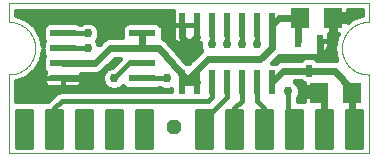
<source format=gtl>
G75*
%MOIN*%
%OFA0B0*%
%FSLAX25Y25*%
%IPPOS*%
%LPD*%
%AMOC8*
5,1,8,0,0,1.08239X$1,22.5*
%
%ADD10C,0.00000*%
%ADD11R,0.02400X0.08100*%
%ADD12R,0.08700X0.02400*%
%ADD13R,0.01969X0.03937*%
%ADD14R,0.06299X0.07087*%
%ADD15C,0.01563*%
%ADD16C,0.02400*%
%ADD17C,0.01600*%
%ADD18C,0.02978*%
%ADD19OC8,0.04750*%
D10*
X0033333Y0005000D02*
X0033333Y0031250D01*
X0033546Y0031253D01*
X0033759Y0031260D01*
X0033972Y0031273D01*
X0034184Y0031291D01*
X0034396Y0031315D01*
X0034607Y0031343D01*
X0034817Y0031377D01*
X0035027Y0031416D01*
X0035236Y0031459D01*
X0035443Y0031508D01*
X0035649Y0031562D01*
X0035854Y0031621D01*
X0036057Y0031685D01*
X0036259Y0031754D01*
X0036459Y0031827D01*
X0036657Y0031906D01*
X0036853Y0031989D01*
X0037047Y0032077D01*
X0037239Y0032170D01*
X0037428Y0032268D01*
X0037615Y0032370D01*
X0037800Y0032476D01*
X0037982Y0032587D01*
X0038161Y0032703D01*
X0038337Y0032822D01*
X0038511Y0032946D01*
X0038681Y0033074D01*
X0038848Y0033207D01*
X0039012Y0033343D01*
X0039172Y0033483D01*
X0039329Y0033627D01*
X0039482Y0033775D01*
X0039632Y0033927D01*
X0039778Y0034082D01*
X0039920Y0034241D01*
X0040059Y0034403D01*
X0040193Y0034568D01*
X0040323Y0034737D01*
X0040449Y0034909D01*
X0040571Y0035084D01*
X0040689Y0035261D01*
X0040802Y0035442D01*
X0040911Y0035625D01*
X0041015Y0035811D01*
X0041115Y0035999D01*
X0041210Y0036190D01*
X0041300Y0036383D01*
X0041386Y0036578D01*
X0041467Y0036775D01*
X0041543Y0036974D01*
X0041614Y0037175D01*
X0041681Y0037377D01*
X0041742Y0037581D01*
X0041798Y0037787D01*
X0041850Y0037994D01*
X0041896Y0038202D01*
X0041937Y0038411D01*
X0041974Y0038621D01*
X0042005Y0038831D01*
X0042031Y0039043D01*
X0042051Y0039255D01*
X0042067Y0039468D01*
X0042077Y0039680D01*
X0042082Y0039893D01*
X0042082Y0040107D01*
X0042077Y0040320D01*
X0042067Y0040532D01*
X0042051Y0040745D01*
X0042031Y0040957D01*
X0042005Y0041169D01*
X0041974Y0041379D01*
X0041937Y0041589D01*
X0041896Y0041798D01*
X0041850Y0042006D01*
X0041798Y0042213D01*
X0041742Y0042419D01*
X0041681Y0042623D01*
X0041614Y0042825D01*
X0041543Y0043026D01*
X0041467Y0043225D01*
X0041386Y0043422D01*
X0041300Y0043617D01*
X0041210Y0043810D01*
X0041115Y0044001D01*
X0041015Y0044189D01*
X0040911Y0044375D01*
X0040802Y0044558D01*
X0040689Y0044739D01*
X0040571Y0044916D01*
X0040449Y0045091D01*
X0040323Y0045263D01*
X0040193Y0045432D01*
X0040059Y0045597D01*
X0039920Y0045759D01*
X0039778Y0045918D01*
X0039632Y0046073D01*
X0039482Y0046225D01*
X0039329Y0046373D01*
X0039172Y0046517D01*
X0039012Y0046657D01*
X0038848Y0046793D01*
X0038681Y0046926D01*
X0038511Y0047054D01*
X0038337Y0047178D01*
X0038161Y0047297D01*
X0037982Y0047413D01*
X0037800Y0047524D01*
X0037615Y0047630D01*
X0037428Y0047732D01*
X0037239Y0047830D01*
X0037047Y0047923D01*
X0036853Y0048011D01*
X0036657Y0048094D01*
X0036459Y0048173D01*
X0036259Y0048246D01*
X0036057Y0048315D01*
X0035854Y0048379D01*
X0035649Y0048438D01*
X0035443Y0048492D01*
X0035236Y0048541D01*
X0035027Y0048584D01*
X0034817Y0048623D01*
X0034607Y0048657D01*
X0034396Y0048685D01*
X0034184Y0048709D01*
X0033972Y0048727D01*
X0033759Y0048740D01*
X0033546Y0048747D01*
X0033333Y0048750D01*
X0033333Y0054961D01*
X0153333Y0055000D01*
X0153333Y0048750D01*
X0153119Y0048754D01*
X0152905Y0048753D01*
X0152691Y0048746D01*
X0152477Y0048735D01*
X0152264Y0048718D01*
X0152051Y0048696D01*
X0151839Y0048668D01*
X0151627Y0048636D01*
X0151416Y0048598D01*
X0151207Y0048556D01*
X0150998Y0048508D01*
X0150790Y0048455D01*
X0150584Y0048397D01*
X0150380Y0048334D01*
X0150177Y0048266D01*
X0149975Y0048193D01*
X0149776Y0048115D01*
X0149578Y0048032D01*
X0149383Y0047944D01*
X0149190Y0047852D01*
X0148999Y0047755D01*
X0148811Y0047653D01*
X0148625Y0047547D01*
X0148441Y0047436D01*
X0148261Y0047321D01*
X0148083Y0047202D01*
X0147909Y0047078D01*
X0147737Y0046950D01*
X0147569Y0046818D01*
X0147404Y0046681D01*
X0147242Y0046541D01*
X0147084Y0046397D01*
X0146929Y0046249D01*
X0146778Y0046097D01*
X0146631Y0045941D01*
X0146488Y0045782D01*
X0146348Y0045620D01*
X0146213Y0045454D01*
X0146081Y0045285D01*
X0145954Y0045113D01*
X0145831Y0044937D01*
X0145713Y0044759D01*
X0145598Y0044578D01*
X0145489Y0044394D01*
X0145384Y0044208D01*
X0145283Y0044019D01*
X0145187Y0043827D01*
X0145096Y0043634D01*
X0145009Y0043438D01*
X0144928Y0043240D01*
X0144851Y0043040D01*
X0144779Y0042838D01*
X0144712Y0042635D01*
X0144650Y0042430D01*
X0144593Y0042224D01*
X0144541Y0042016D01*
X0144495Y0041807D01*
X0144453Y0041597D01*
X0144416Y0041386D01*
X0144385Y0041174D01*
X0144359Y0040962D01*
X0144338Y0040748D01*
X0144322Y0040535D01*
X0144312Y0040321D01*
X0144307Y0040107D01*
X0144307Y0039893D01*
X0144312Y0039679D01*
X0144322Y0039465D01*
X0144338Y0039252D01*
X0144359Y0039038D01*
X0144385Y0038826D01*
X0144416Y0038614D01*
X0144453Y0038403D01*
X0144495Y0038193D01*
X0144541Y0037984D01*
X0144593Y0037776D01*
X0144650Y0037570D01*
X0144712Y0037365D01*
X0144779Y0037162D01*
X0144851Y0036960D01*
X0144928Y0036760D01*
X0145009Y0036562D01*
X0145096Y0036366D01*
X0145187Y0036173D01*
X0145283Y0035981D01*
X0145384Y0035792D01*
X0145489Y0035606D01*
X0145598Y0035422D01*
X0145713Y0035241D01*
X0145831Y0035063D01*
X0145954Y0034887D01*
X0146081Y0034715D01*
X0146213Y0034546D01*
X0146348Y0034380D01*
X0146488Y0034218D01*
X0146631Y0034059D01*
X0146778Y0033903D01*
X0146929Y0033751D01*
X0147084Y0033603D01*
X0147242Y0033459D01*
X0147404Y0033319D01*
X0147569Y0033182D01*
X0147737Y0033050D01*
X0147909Y0032922D01*
X0148083Y0032798D01*
X0148261Y0032679D01*
X0148441Y0032564D01*
X0148625Y0032453D01*
X0148811Y0032347D01*
X0148999Y0032245D01*
X0149190Y0032148D01*
X0149383Y0032056D01*
X0149578Y0031968D01*
X0149776Y0031885D01*
X0149975Y0031807D01*
X0150177Y0031734D01*
X0150380Y0031666D01*
X0150584Y0031603D01*
X0150790Y0031545D01*
X0150998Y0031492D01*
X0151207Y0031444D01*
X0151416Y0031402D01*
X0151627Y0031364D01*
X0151839Y0031332D01*
X0152051Y0031304D01*
X0152264Y0031282D01*
X0152477Y0031265D01*
X0152691Y0031254D01*
X0152905Y0031247D01*
X0153119Y0031246D01*
X0153333Y0031250D01*
X0153333Y0005000D01*
X0033333Y0005000D01*
D11*
X0090833Y0028750D03*
X0095833Y0028750D03*
X0100833Y0028750D03*
X0105833Y0028750D03*
X0110833Y0028750D03*
X0115833Y0028750D03*
X0120833Y0028750D03*
X0120833Y0047650D03*
X0115833Y0047650D03*
X0110833Y0047650D03*
X0105833Y0047650D03*
X0100833Y0047650D03*
X0095833Y0047650D03*
X0090833Y0047650D03*
D12*
X0077783Y0045000D03*
X0077783Y0040000D03*
X0077783Y0035000D03*
X0077783Y0030000D03*
X0051283Y0030000D03*
X0051283Y0035000D03*
X0051283Y0040000D03*
X0051283Y0045000D03*
D13*
X0129593Y0042421D03*
X0137073Y0042421D03*
X0133333Y0032579D03*
D14*
X0136572Y0025000D03*
X0147595Y0025000D03*
X0141345Y0050000D03*
X0130322Y0050000D03*
D15*
X0130677Y0007031D02*
X0125989Y0007031D01*
X0125989Y0019219D01*
X0130677Y0019219D01*
X0130677Y0007031D01*
X0130677Y0008592D02*
X0125989Y0008592D01*
X0125989Y0010153D02*
X0130677Y0010153D01*
X0130677Y0011714D02*
X0125989Y0011714D01*
X0125989Y0013275D02*
X0130677Y0013275D01*
X0130677Y0014836D02*
X0125989Y0014836D01*
X0125989Y0016397D02*
X0130677Y0016397D01*
X0130677Y0017958D02*
X0125989Y0017958D01*
X0120677Y0007031D02*
X0115989Y0007031D01*
X0115989Y0019219D01*
X0120677Y0019219D01*
X0120677Y0007031D01*
X0120677Y0008592D02*
X0115989Y0008592D01*
X0115989Y0010153D02*
X0120677Y0010153D01*
X0120677Y0011714D02*
X0115989Y0011714D01*
X0115989Y0013275D02*
X0120677Y0013275D01*
X0120677Y0014836D02*
X0115989Y0014836D01*
X0115989Y0016397D02*
X0120677Y0016397D01*
X0120677Y0017958D02*
X0115989Y0017958D01*
X0110677Y0007031D02*
X0105989Y0007031D01*
X0105989Y0019219D01*
X0110677Y0019219D01*
X0110677Y0007031D01*
X0110677Y0008592D02*
X0105989Y0008592D01*
X0105989Y0010153D02*
X0110677Y0010153D01*
X0110677Y0011714D02*
X0105989Y0011714D01*
X0105989Y0013275D02*
X0110677Y0013275D01*
X0110677Y0014836D02*
X0105989Y0014836D01*
X0105989Y0016397D02*
X0110677Y0016397D01*
X0110677Y0017958D02*
X0105989Y0017958D01*
X0100677Y0007031D02*
X0095989Y0007031D01*
X0095989Y0019219D01*
X0100677Y0019219D01*
X0100677Y0007031D01*
X0100677Y0008592D02*
X0095989Y0008592D01*
X0095989Y0010153D02*
X0100677Y0010153D01*
X0100677Y0011714D02*
X0095989Y0011714D01*
X0095989Y0013275D02*
X0100677Y0013275D01*
X0100677Y0014836D02*
X0095989Y0014836D01*
X0095989Y0016397D02*
X0100677Y0016397D01*
X0100677Y0017958D02*
X0095989Y0017958D01*
X0080677Y0007031D02*
X0075989Y0007031D01*
X0075989Y0019219D01*
X0080677Y0019219D01*
X0080677Y0007031D01*
X0080677Y0008592D02*
X0075989Y0008592D01*
X0075989Y0010153D02*
X0080677Y0010153D01*
X0080677Y0011714D02*
X0075989Y0011714D01*
X0075989Y0013275D02*
X0080677Y0013275D01*
X0080677Y0014836D02*
X0075989Y0014836D01*
X0075989Y0016397D02*
X0080677Y0016397D01*
X0080677Y0017958D02*
X0075989Y0017958D01*
X0070677Y0007031D02*
X0065989Y0007031D01*
X0065989Y0019219D01*
X0070677Y0019219D01*
X0070677Y0007031D01*
X0070677Y0008592D02*
X0065989Y0008592D01*
X0065989Y0010153D02*
X0070677Y0010153D01*
X0070677Y0011714D02*
X0065989Y0011714D01*
X0065989Y0013275D02*
X0070677Y0013275D01*
X0070677Y0014836D02*
X0065989Y0014836D01*
X0065989Y0016397D02*
X0070677Y0016397D01*
X0070677Y0017958D02*
X0065989Y0017958D01*
X0060677Y0007031D02*
X0055989Y0007031D01*
X0055989Y0019219D01*
X0060677Y0019219D01*
X0060677Y0007031D01*
X0060677Y0008592D02*
X0055989Y0008592D01*
X0055989Y0010153D02*
X0060677Y0010153D01*
X0060677Y0011714D02*
X0055989Y0011714D01*
X0055989Y0013275D02*
X0060677Y0013275D01*
X0060677Y0014836D02*
X0055989Y0014836D01*
X0055989Y0016397D02*
X0060677Y0016397D01*
X0060677Y0017958D02*
X0055989Y0017958D01*
X0050677Y0007031D02*
X0045989Y0007031D01*
X0045989Y0019219D01*
X0050677Y0019219D01*
X0050677Y0007031D01*
X0050677Y0008592D02*
X0045989Y0008592D01*
X0045989Y0010153D02*
X0050677Y0010153D01*
X0050677Y0011714D02*
X0045989Y0011714D01*
X0045989Y0013275D02*
X0050677Y0013275D01*
X0050677Y0014836D02*
X0045989Y0014836D01*
X0045989Y0016397D02*
X0050677Y0016397D01*
X0050677Y0017958D02*
X0045989Y0017958D01*
X0040677Y0007031D02*
X0035989Y0007031D01*
X0035989Y0019219D01*
X0040677Y0019219D01*
X0040677Y0007031D01*
X0040677Y0008592D02*
X0035989Y0008592D01*
X0035989Y0010153D02*
X0040677Y0010153D01*
X0040677Y0011714D02*
X0035989Y0011714D01*
X0035989Y0013275D02*
X0040677Y0013275D01*
X0040677Y0014836D02*
X0035989Y0014836D01*
X0035989Y0016397D02*
X0040677Y0016397D01*
X0040677Y0017958D02*
X0035989Y0017958D01*
X0135989Y0007031D02*
X0140677Y0007031D01*
X0135989Y0007031D02*
X0135989Y0019219D01*
X0140677Y0019219D01*
X0140677Y0007031D01*
X0140677Y0008592D02*
X0135989Y0008592D01*
X0135989Y0010153D02*
X0140677Y0010153D01*
X0140677Y0011714D02*
X0135989Y0011714D01*
X0135989Y0013275D02*
X0140677Y0013275D01*
X0140677Y0014836D02*
X0135989Y0014836D01*
X0135989Y0016397D02*
X0140677Y0016397D01*
X0140677Y0017958D02*
X0135989Y0017958D01*
X0145989Y0007031D02*
X0150677Y0007031D01*
X0145989Y0007031D02*
X0145989Y0019219D01*
X0150677Y0019219D01*
X0150677Y0007031D01*
X0150677Y0008592D02*
X0145989Y0008592D01*
X0145989Y0010153D02*
X0150677Y0010153D01*
X0150677Y0011714D02*
X0145989Y0011714D01*
X0145989Y0013275D02*
X0150677Y0013275D01*
X0150677Y0014836D02*
X0145989Y0014836D01*
X0145989Y0016397D02*
X0150677Y0016397D01*
X0150677Y0017958D02*
X0145989Y0017958D01*
D16*
X0138333Y0013125D02*
X0138333Y0023238D01*
X0136572Y0025000D01*
X0132083Y0026988D01*
X0130833Y0027500D01*
X0130833Y0023750D01*
X0124662Y0032579D02*
X0120833Y0028750D01*
X0124662Y0032579D02*
X0133333Y0032579D01*
X0142005Y0032579D01*
X0147204Y0026351D01*
X0148323Y0025010D01*
X0148333Y0025000D01*
X0147595Y0025000D02*
X0147595Y0013125D01*
X0148333Y0013125D01*
X0120833Y0040000D02*
X0117083Y0036250D01*
X0099583Y0036250D01*
X0098333Y0035000D01*
X0092713Y0029448D01*
X0093333Y0028750D01*
X0095833Y0028750D01*
X0093333Y0028750D02*
X0090833Y0028750D01*
X0092713Y0029448D02*
X0083333Y0040000D01*
X0077783Y0040000D01*
X0077783Y0045000D01*
X0077783Y0040000D02*
X0067083Y0040000D01*
X0062083Y0035000D01*
X0051283Y0035000D01*
X0051283Y0030000D02*
X0059583Y0030000D01*
X0090833Y0043750D02*
X0093333Y0041250D01*
X0095833Y0043750D01*
X0090833Y0043750D02*
X0090833Y0047650D01*
X0120833Y0047650D02*
X0120833Y0040000D01*
X0129593Y0042421D02*
X0129593Y0049272D01*
X0130322Y0050000D01*
X0123183Y0050000D01*
X0120833Y0047650D01*
X0137073Y0042421D02*
X0137005Y0037421D01*
X0140833Y0037500D01*
X0142040Y0048750D02*
X0144483Y0051106D01*
X0147932Y0051106D01*
D17*
X0147599Y0049931D02*
X0146295Y0048875D01*
X0146295Y0049225D01*
X0142120Y0049225D01*
X0142120Y0044657D01*
X0142855Y0044657D01*
X0142437Y0043950D01*
X0141727Y0040000D01*
X0142414Y0036179D01*
X0142166Y0036179D01*
X0141614Y0036228D01*
X0141455Y0036179D01*
X0136080Y0036179D01*
X0135677Y0036582D01*
X0134795Y0036947D01*
X0131872Y0036947D01*
X0130990Y0036582D01*
X0130586Y0036179D01*
X0123946Y0036179D01*
X0122623Y0035631D01*
X0122192Y0035200D01*
X0121124Y0035200D01*
X0122873Y0036948D01*
X0123424Y0037500D01*
X0138333Y0037500D01*
X0138333Y0038663D01*
X0138753Y0038775D01*
X0139163Y0039012D01*
X0139498Y0039348D01*
X0139735Y0039758D01*
X0139858Y0040216D01*
X0139858Y0042421D01*
X0138333Y0042421D01*
X0138333Y0042421D01*
X0139858Y0042421D01*
X0139858Y0044627D01*
X0139850Y0044657D01*
X0140570Y0044657D01*
X0140570Y0049225D01*
X0142120Y0049225D01*
X0142120Y0050775D01*
X0146295Y0050775D01*
X0146295Y0052598D01*
X0150933Y0052599D01*
X0150933Y0051054D01*
X0147599Y0049931D01*
X0147599Y0049931D01*
X0147133Y0049554D02*
X0142120Y0049554D01*
X0142120Y0047955D02*
X0140570Y0047955D01*
X0140570Y0046357D02*
X0142120Y0046357D01*
X0142120Y0044758D02*
X0140570Y0044758D01*
X0142437Y0043950D02*
X0142437Y0043950D01*
X0142295Y0043160D02*
X0139858Y0043160D01*
X0139858Y0041561D02*
X0142007Y0041561D01*
X0141727Y0040000D02*
X0141727Y0040000D01*
X0141733Y0039963D02*
X0139790Y0039963D01*
X0138333Y0038364D02*
X0142021Y0038364D01*
X0142308Y0036766D02*
X0135233Y0036766D01*
X0131434Y0036766D02*
X0122690Y0036766D01*
X0122873Y0036948D02*
X0122873Y0036948D01*
X0115833Y0041250D02*
X0115833Y0047650D01*
X0110833Y0047650D02*
X0110833Y0041250D01*
X0105833Y0041250D02*
X0105833Y0047650D01*
X0100833Y0047650D02*
X0100833Y0041250D01*
X0097157Y0039963D02*
X0088183Y0039963D01*
X0088939Y0041923D02*
X0089396Y0041800D01*
X0090833Y0041800D01*
X0090833Y0047650D01*
X0090833Y0047650D01*
X0087833Y0047650D01*
X0087833Y0043363D01*
X0087956Y0042905D01*
X0088193Y0042495D01*
X0088528Y0042160D01*
X0088939Y0041923D01*
X0090833Y0041800D02*
X0092270Y0041800D01*
X0092728Y0041923D01*
X0093139Y0042160D01*
X0093333Y0042354D01*
X0093528Y0042160D01*
X0093939Y0041923D01*
X0094396Y0041800D01*
X0095833Y0041800D01*
X0095833Y0047650D01*
X0095833Y0047650D01*
X0092833Y0047650D01*
X0090833Y0047650D01*
X0087833Y0047650D01*
X0087833Y0051937D01*
X0087956Y0052395D01*
X0088062Y0052579D01*
X0035733Y0052561D01*
X0035733Y0050992D01*
X0038994Y0049805D01*
X0038994Y0049805D01*
X0042006Y0047278D01*
X0042006Y0047278D01*
X0043973Y0043872D01*
X0043973Y0043872D01*
X0044533Y0040692D01*
X0044533Y0041677D01*
X0044874Y0042500D01*
X0044533Y0043323D01*
X0044533Y0046677D01*
X0044899Y0047559D01*
X0045574Y0048235D01*
X0046456Y0048600D01*
X0056111Y0048600D01*
X0056993Y0048235D01*
X0057027Y0048200D01*
X0057283Y0048200D01*
X0057380Y0048297D01*
X0058810Y0048889D01*
X0060357Y0048889D01*
X0061786Y0048297D01*
X0062880Y0047203D01*
X0063472Y0045774D01*
X0063472Y0044226D01*
X0062880Y0042797D01*
X0062583Y0042500D01*
X0062880Y0042203D01*
X0063265Y0041273D01*
X0064031Y0042039D01*
X0065044Y0043052D01*
X0066367Y0043600D01*
X0071033Y0043600D01*
X0071033Y0046677D01*
X0071399Y0047559D01*
X0072074Y0048235D01*
X0072956Y0048600D01*
X0082611Y0048600D01*
X0083493Y0048235D01*
X0084168Y0047559D01*
X0084533Y0046677D01*
X0084533Y0043419D01*
X0084809Y0043285D01*
X0085373Y0043052D01*
X0085450Y0042975D01*
X0085548Y0042927D01*
X0085954Y0042471D01*
X0086385Y0042039D01*
X0086427Y0041938D01*
X0092417Y0035200D01*
X0092511Y0035200D01*
X0093146Y0034937D01*
X0095796Y0037553D01*
X0097464Y0039222D01*
X0096944Y0040476D01*
X0096944Y0041800D01*
X0095833Y0041800D01*
X0095833Y0047650D01*
X0090833Y0047650D01*
X0090833Y0047650D01*
X0090833Y0041800D01*
X0090833Y0043160D02*
X0090833Y0043160D01*
X0090833Y0044758D02*
X0090833Y0044758D01*
X0090833Y0046357D02*
X0090833Y0046357D01*
X0090833Y0047650D02*
X0090833Y0047650D01*
X0087833Y0047955D02*
X0083772Y0047955D01*
X0084533Y0046357D02*
X0087833Y0046357D01*
X0087833Y0044758D02*
X0084533Y0044758D01*
X0085112Y0043160D02*
X0087888Y0043160D01*
X0086762Y0041561D02*
X0096944Y0041561D01*
X0095833Y0043160D02*
X0095833Y0043160D01*
X0095833Y0044758D02*
X0095833Y0044758D01*
X0095833Y0046357D02*
X0095833Y0046357D01*
X0095833Y0047650D02*
X0095833Y0047650D01*
X0087833Y0049554D02*
X0039294Y0049554D01*
X0041199Y0047955D02*
X0045295Y0047955D01*
X0044533Y0046357D02*
X0042538Y0046357D01*
X0043461Y0044758D02*
X0044533Y0044758D01*
X0044601Y0043160D02*
X0044098Y0043160D01*
X0044380Y0041561D02*
X0044533Y0041561D01*
X0044533Y0039308D02*
X0044533Y0038323D01*
X0044874Y0037500D01*
X0044533Y0036677D01*
X0044533Y0033323D01*
X0044899Y0032441D01*
X0045325Y0032014D01*
X0045256Y0031895D01*
X0045133Y0031437D01*
X0045133Y0030000D01*
X0051283Y0030000D01*
X0051283Y0030000D01*
X0045133Y0030000D01*
X0045133Y0028563D01*
X0045256Y0028105D01*
X0045493Y0027695D01*
X0045828Y0027360D01*
X0046239Y0027123D01*
X0046696Y0027000D01*
X0051283Y0027000D01*
X0051283Y0030000D01*
X0051283Y0030000D01*
X0043333Y0030000D01*
X0042533Y0030000D01*
X0045133Y0030372D02*
X0039205Y0030372D01*
X0038994Y0030195D02*
X0042006Y0032722D01*
X0042006Y0032722D01*
X0042006Y0032722D01*
X0043973Y0036128D01*
X0044533Y0039308D01*
X0044533Y0038364D02*
X0044367Y0038364D01*
X0044570Y0036766D02*
X0044085Y0036766D01*
X0043973Y0036128D02*
X0043973Y0036128D01*
X0043418Y0035167D02*
X0044533Y0035167D01*
X0044533Y0033569D02*
X0042495Y0033569D01*
X0041110Y0031970D02*
X0045300Y0031970D01*
X0051283Y0030000D02*
X0051283Y0027000D01*
X0055870Y0027000D01*
X0056328Y0027123D01*
X0056739Y0027360D01*
X0057074Y0027695D01*
X0057311Y0028105D01*
X0057433Y0028563D01*
X0057433Y0030000D01*
X0057433Y0031400D01*
X0062799Y0031400D01*
X0064123Y0031948D01*
X0068574Y0036400D01*
X0070208Y0036400D01*
X0067697Y0033889D01*
X0067560Y0033889D01*
X0066130Y0033297D01*
X0065036Y0032203D01*
X0064444Y0030774D01*
X0064444Y0029226D01*
X0065036Y0027797D01*
X0066130Y0026703D01*
X0067560Y0026111D01*
X0069107Y0026111D01*
X0070536Y0026703D01*
X0071362Y0027529D01*
X0071399Y0027441D01*
X0072074Y0026765D01*
X0072956Y0026400D01*
X0082611Y0026400D01*
X0083493Y0026765D01*
X0083527Y0026800D01*
X0083533Y0026800D01*
X0083630Y0026703D01*
X0085060Y0026111D01*
X0086607Y0026111D01*
X0087233Y0026371D01*
X0087233Y0025700D01*
X0050197Y0025700D01*
X0049021Y0025213D01*
X0046521Y0022713D01*
X0046308Y0022500D01*
X0035733Y0022500D01*
X0035733Y0029008D01*
X0038994Y0030195D01*
X0038994Y0030195D01*
X0035733Y0028773D02*
X0045133Y0028773D01*
X0046148Y0027175D02*
X0035733Y0027175D01*
X0035733Y0025576D02*
X0049898Y0025576D01*
X0051283Y0027175D02*
X0051283Y0027175D01*
X0051283Y0028773D02*
X0051283Y0028773D01*
X0051283Y0030000D02*
X0051283Y0030000D01*
X0057433Y0030000D01*
X0051283Y0030000D01*
X0056418Y0027175D02*
X0065659Y0027175D01*
X0064632Y0028773D02*
X0057433Y0028773D01*
X0057433Y0030372D02*
X0064444Y0030372D01*
X0064145Y0031970D02*
X0064940Y0031970D01*
X0065743Y0033569D02*
X0066787Y0033569D01*
X0067342Y0035167D02*
X0068975Y0035167D01*
X0073333Y0035000D02*
X0077783Y0035000D01*
X0073333Y0035000D02*
X0068333Y0030000D01*
X0071008Y0027175D02*
X0071665Y0027175D01*
X0077783Y0030000D02*
X0085833Y0030000D01*
X0092590Y0035167D02*
X0093380Y0035167D01*
X0094998Y0036766D02*
X0091025Y0036766D01*
X0089604Y0038364D02*
X0096606Y0038364D01*
X0100833Y0028750D02*
X0100833Y0023750D01*
X0099583Y0022500D01*
X0050833Y0022500D01*
X0048333Y0020000D01*
X0048333Y0013125D01*
X0047786Y0023978D02*
X0035733Y0023978D01*
X0051283Y0040000D02*
X0059583Y0040000D01*
X0063146Y0041561D02*
X0063553Y0041561D01*
X0063030Y0043160D02*
X0065305Y0043160D01*
X0063472Y0044758D02*
X0071033Y0044758D01*
X0071033Y0046357D02*
X0063231Y0046357D01*
X0062128Y0047955D02*
X0071795Y0047955D01*
X0059583Y0045000D02*
X0051283Y0045000D01*
X0035733Y0051152D02*
X0087833Y0051152D01*
X0128524Y0028979D02*
X0130586Y0028979D01*
X0130990Y0028576D01*
X0131622Y0028314D01*
X0131622Y0025775D01*
X0135797Y0025775D01*
X0135797Y0024225D01*
X0131622Y0024225D01*
X0131622Y0022500D01*
X0129658Y0022500D01*
X0129658Y0023325D01*
X0129755Y0023422D01*
X0130347Y0024851D01*
X0130347Y0026399D01*
X0129755Y0027828D01*
X0128661Y0028922D01*
X0128524Y0028979D01*
X0128810Y0028773D02*
X0130792Y0028773D01*
X0130026Y0027175D02*
X0131622Y0027175D01*
X0130347Y0025576D02*
X0135797Y0025576D01*
X0131622Y0023978D02*
X0129985Y0023978D01*
X0126458Y0025625D02*
X0126458Y0015000D01*
X0128333Y0015000D01*
X0128333Y0013125D01*
X0128333Y0015000D02*
X0128253Y0016250D01*
X0118333Y0013125D02*
X0118333Y0020000D01*
X0115833Y0022500D01*
X0115833Y0028750D01*
X0110833Y0028750D02*
X0110833Y0022500D01*
X0108333Y0020000D01*
X0108333Y0013125D01*
X0099583Y0017500D02*
X0098333Y0017500D01*
X0098333Y0013125D01*
X0099583Y0017500D02*
X0105833Y0023750D01*
X0105833Y0028750D01*
X0147174Y0026351D02*
X0147204Y0026351D01*
X0146295Y0051152D02*
X0150933Y0051152D01*
D18*
X0147932Y0051106D03*
X0140833Y0042500D03*
X0140833Y0037500D03*
X0130833Y0027500D03*
X0126458Y0025625D03*
X0130833Y0023750D03*
X0115833Y0041250D03*
X0110833Y0041250D03*
X0105833Y0041250D03*
X0100833Y0041250D03*
X0093333Y0041250D03*
X0085833Y0050000D03*
X0059583Y0045000D03*
X0059583Y0040000D03*
X0059583Y0030000D03*
X0068333Y0030000D03*
X0085833Y0030000D03*
X0043333Y0030000D03*
X0043333Y0050000D03*
D19*
X0088333Y0013750D03*
M02*

</source>
